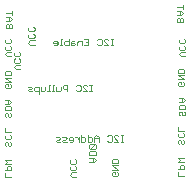
<source format=gbo>
G75*
%MOIN*%
%OFA0B0*%
%FSLAX24Y24*%
%IPPOS*%
%LPD*%
%AMOC8*
5,1,8,0,0,1.08239X$1,22.5*
%
%ADD10C,0.0020*%
%ADD11C,0.0040*%
D10*
X003905Y002907D02*
X003942Y002944D01*
X004015Y002944D01*
X004052Y002980D01*
X004015Y003017D01*
X003905Y003017D01*
X003905Y002907D02*
X003942Y002870D01*
X004052Y002870D01*
X004126Y002907D02*
X004163Y002944D01*
X004236Y002944D01*
X004273Y002980D01*
X004236Y003017D01*
X004126Y003017D01*
X004126Y002907D02*
X004163Y002870D01*
X004273Y002870D01*
X004347Y002944D02*
X004494Y002944D01*
X004494Y002980D02*
X004457Y003017D01*
X004384Y003017D01*
X004347Y002980D01*
X004347Y002944D01*
X004384Y002870D02*
X004457Y002870D01*
X004494Y002907D01*
X004494Y002980D01*
X004568Y003017D02*
X004605Y003017D01*
X004678Y002944D01*
X004678Y003017D02*
X004678Y002870D01*
X004752Y002870D02*
X004862Y002870D01*
X004899Y002907D01*
X004899Y002980D01*
X004862Y003017D01*
X004752Y003017D01*
X004752Y003091D02*
X004752Y002870D01*
X004973Y002870D02*
X004973Y003091D01*
X004973Y003017D02*
X005083Y003017D01*
X005120Y002980D01*
X005120Y002907D01*
X005083Y002870D01*
X004973Y002870D01*
X005069Y002782D02*
X005032Y002745D01*
X005032Y002672D01*
X005069Y002635D01*
X005215Y002782D01*
X005069Y002782D01*
X005069Y002635D02*
X005215Y002635D01*
X005252Y002672D01*
X005252Y002745D01*
X005215Y002782D01*
X005194Y002870D02*
X005194Y003017D01*
X005267Y003091D01*
X005341Y003017D01*
X005341Y002870D01*
X005341Y002980D02*
X005194Y002980D01*
X005215Y002561D02*
X005069Y002561D01*
X005032Y002524D01*
X005032Y002414D01*
X005252Y002414D01*
X005252Y002524D01*
X005215Y002561D01*
X005179Y002340D02*
X005032Y002340D01*
X005142Y002340D02*
X005142Y002193D01*
X005179Y002193D02*
X005252Y002266D01*
X005179Y002340D01*
X005179Y002193D02*
X005032Y002193D01*
X004601Y002177D02*
X004564Y002140D01*
X004417Y002140D01*
X004381Y002177D01*
X004381Y002250D01*
X004417Y002287D01*
X004564Y002287D02*
X004601Y002250D01*
X004601Y002177D01*
X004564Y002066D02*
X004601Y002029D01*
X004601Y001956D01*
X004564Y001919D01*
X004417Y001919D01*
X004381Y001956D01*
X004381Y002029D01*
X004417Y002066D01*
X004454Y001845D02*
X004601Y001845D01*
X004601Y001698D02*
X004454Y001698D01*
X004381Y001771D01*
X004454Y001845D01*
X005636Y002907D02*
X005673Y002870D01*
X005746Y002870D01*
X005783Y002907D01*
X005783Y003054D01*
X005746Y003091D01*
X005673Y003091D01*
X005636Y003054D01*
X005857Y003054D02*
X005894Y003091D01*
X005967Y003091D01*
X006004Y003054D01*
X006078Y003091D02*
X006151Y003091D01*
X006114Y003091D02*
X006114Y002870D01*
X006078Y002870D02*
X006151Y002870D01*
X006004Y002870D02*
X005857Y003017D01*
X005857Y003054D01*
X005857Y002870D02*
X006004Y002870D01*
X005957Y002310D02*
X005810Y002310D01*
X005773Y002273D01*
X005773Y002163D01*
X005993Y002163D01*
X005993Y002273D01*
X005957Y002310D01*
X005993Y002089D02*
X005773Y002089D01*
X005993Y001942D01*
X005773Y001942D01*
X005810Y001868D02*
X005883Y001868D01*
X005883Y001794D01*
X005810Y001721D02*
X005773Y001758D01*
X005773Y001831D01*
X005810Y001868D01*
X005810Y001721D02*
X005957Y001721D01*
X005993Y001758D01*
X005993Y001831D01*
X005957Y001868D01*
X003341Y004477D02*
X003341Y004698D01*
X003230Y004698D01*
X003194Y004661D01*
X003194Y004587D01*
X003230Y004551D01*
X003341Y004551D01*
X003415Y004551D02*
X003415Y004698D01*
X003562Y004698D02*
X003562Y004587D01*
X003525Y004551D01*
X003415Y004551D01*
X003636Y004551D02*
X003709Y004551D01*
X003672Y004551D02*
X003672Y004771D01*
X003709Y004771D01*
X003820Y004771D02*
X003820Y004551D01*
X003856Y004551D02*
X003783Y004551D01*
X003930Y004551D02*
X003930Y004698D01*
X003856Y004771D02*
X003820Y004771D01*
X003930Y004551D02*
X004041Y004551D01*
X004077Y004587D01*
X004077Y004698D01*
X004151Y004734D02*
X004151Y004661D01*
X004188Y004624D01*
X004298Y004624D01*
X004298Y004551D02*
X004298Y004771D01*
X004188Y004771D01*
X004151Y004734D01*
X004593Y004734D02*
X004630Y004771D01*
X004703Y004771D01*
X004740Y004734D01*
X004740Y004587D01*
X004703Y004551D01*
X004630Y004551D01*
X004593Y004587D01*
X004814Y004551D02*
X004961Y004551D01*
X004814Y004698D01*
X004814Y004734D01*
X004851Y004771D01*
X004924Y004771D01*
X004961Y004734D01*
X005035Y004771D02*
X005108Y004771D01*
X005072Y004771D02*
X005072Y004551D01*
X005108Y004551D02*
X005035Y004551D01*
X005004Y006085D02*
X004857Y006085D01*
X004783Y006085D02*
X004783Y006232D01*
X004673Y006232D01*
X004636Y006195D01*
X004636Y006085D01*
X004562Y006122D02*
X004525Y006158D01*
X004415Y006158D01*
X004415Y006195D02*
X004415Y006085D01*
X004525Y006085D01*
X004562Y006122D01*
X004525Y006232D02*
X004452Y006232D01*
X004415Y006195D01*
X004341Y006232D02*
X004231Y006232D01*
X004194Y006195D01*
X004194Y006122D01*
X004231Y006085D01*
X004341Y006085D01*
X004341Y006305D01*
X004120Y006305D02*
X004083Y006305D01*
X004083Y006085D01*
X004047Y006085D02*
X004120Y006085D01*
X003973Y006122D02*
X003973Y006195D01*
X003936Y006232D01*
X003863Y006232D01*
X003826Y006195D01*
X003826Y006158D01*
X003973Y006158D01*
X003973Y006122D02*
X003936Y006085D01*
X003863Y006085D01*
X003206Y006105D02*
X003059Y006105D01*
X002986Y006178D01*
X003059Y006251D01*
X003206Y006251D01*
X003169Y006326D02*
X003022Y006326D01*
X002986Y006362D01*
X002986Y006436D01*
X003022Y006472D01*
X003022Y006547D02*
X002986Y006583D01*
X002986Y006657D01*
X003022Y006693D01*
X003169Y006693D02*
X003206Y006657D01*
X003206Y006583D01*
X003169Y006547D01*
X003022Y006547D01*
X003169Y006472D02*
X003206Y006436D01*
X003206Y006362D01*
X003169Y006326D01*
X002699Y005867D02*
X002736Y005831D01*
X002736Y005757D01*
X002699Y005721D01*
X002552Y005721D01*
X002515Y005757D01*
X002515Y005831D01*
X002552Y005867D01*
X002552Y005646D02*
X002515Y005610D01*
X002515Y005536D01*
X002552Y005500D01*
X002699Y005500D01*
X002736Y005536D01*
X002736Y005610D01*
X002699Y005646D01*
X002736Y005425D02*
X002589Y005425D01*
X002515Y005352D01*
X002589Y005279D01*
X002736Y005279D01*
X002973Y004698D02*
X003083Y004698D01*
X003120Y004661D01*
X003083Y004624D01*
X003010Y004624D01*
X002973Y004587D01*
X003010Y004551D01*
X003120Y004551D01*
X005004Y006085D02*
X005004Y006305D01*
X004857Y006305D01*
X004931Y006195D02*
X005004Y006195D01*
X005299Y006122D02*
X005336Y006085D01*
X005409Y006085D01*
X005446Y006122D01*
X005446Y006269D01*
X005409Y006305D01*
X005336Y006305D01*
X005299Y006269D01*
X005520Y006269D02*
X005557Y006305D01*
X005630Y006305D01*
X005667Y006269D01*
X005741Y006305D02*
X005814Y006305D01*
X005778Y006305D02*
X005778Y006085D01*
X005814Y006085D02*
X005741Y006085D01*
X005667Y006085D02*
X005520Y006232D01*
X005520Y006269D01*
X005520Y006085D02*
X005667Y006085D01*
D11*
X002234Y001827D02*
X002234Y001693D01*
X002435Y001693D01*
X002435Y001914D02*
X002234Y001914D01*
X002301Y001914D02*
X002301Y002014D01*
X002334Y002048D01*
X002401Y002048D01*
X002435Y002014D01*
X002435Y001914D01*
X002435Y002135D02*
X002234Y002135D01*
X002301Y002202D01*
X002234Y002269D01*
X002435Y002269D01*
X002393Y002741D02*
X002360Y002741D01*
X002327Y002774D01*
X002327Y002841D01*
X002293Y002874D01*
X002260Y002874D01*
X002226Y002841D01*
X002226Y002774D01*
X002260Y002741D01*
X002393Y002741D02*
X002427Y002774D01*
X002427Y002841D01*
X002393Y002874D01*
X002393Y002962D02*
X002260Y002962D01*
X002226Y002995D01*
X002226Y003062D01*
X002260Y003095D01*
X002226Y003183D02*
X002226Y003316D01*
X002226Y003183D02*
X002427Y003183D01*
X002393Y003095D02*
X002427Y003062D01*
X002427Y002995D01*
X002393Y002962D01*
X002401Y003701D02*
X002368Y003701D01*
X002334Y003735D01*
X002334Y003801D01*
X002301Y003835D01*
X002268Y003835D01*
X002234Y003801D01*
X002234Y003735D01*
X002268Y003701D01*
X002401Y003701D02*
X002435Y003735D01*
X002435Y003801D01*
X002401Y003835D01*
X002435Y003922D02*
X002234Y003922D01*
X002234Y004022D01*
X002268Y004056D01*
X002401Y004056D01*
X002435Y004022D01*
X002435Y003922D01*
X002368Y004143D02*
X002234Y004143D01*
X002334Y004143D02*
X002334Y004277D01*
X002368Y004277D02*
X002234Y004277D01*
X002368Y004277D02*
X002435Y004210D01*
X002368Y004143D01*
X002401Y004646D02*
X002268Y004646D01*
X002234Y004680D01*
X002234Y004746D01*
X002268Y004780D01*
X002334Y004780D01*
X002334Y004713D01*
X002401Y004780D02*
X002435Y004746D01*
X002435Y004680D01*
X002401Y004646D01*
X002435Y004867D02*
X002234Y004867D01*
X002234Y005001D02*
X002435Y004867D01*
X002435Y005001D02*
X002234Y005001D01*
X002234Y005088D02*
X002234Y005188D01*
X002268Y005222D01*
X002401Y005222D01*
X002435Y005188D01*
X002435Y005088D01*
X002234Y005088D01*
X002297Y005715D02*
X002231Y005782D01*
X002297Y005849D01*
X002431Y005849D01*
X002397Y005936D02*
X002264Y005936D01*
X002231Y005970D01*
X002231Y006037D01*
X002264Y006070D01*
X002264Y006157D02*
X002231Y006191D01*
X002231Y006258D01*
X002264Y006291D01*
X002397Y006291D02*
X002431Y006258D01*
X002431Y006191D01*
X002397Y006157D01*
X002264Y006157D01*
X002397Y006070D02*
X002431Y006037D01*
X002431Y005970D01*
X002397Y005936D01*
X002431Y005715D02*
X002297Y005715D01*
X002254Y006662D02*
X002254Y006762D01*
X002288Y006796D01*
X002321Y006796D01*
X002354Y006762D01*
X002354Y006662D01*
X002254Y006662D02*
X002454Y006662D01*
X002454Y006762D01*
X002421Y006796D01*
X002388Y006796D01*
X002354Y006762D01*
X002354Y006883D02*
X002354Y007017D01*
X002388Y007017D02*
X002254Y007017D01*
X002388Y007017D02*
X002454Y006950D01*
X002388Y006883D01*
X002254Y006883D01*
X002454Y007104D02*
X002454Y007238D01*
X002454Y007171D02*
X002254Y007171D01*
X007971Y007217D02*
X008104Y007217D01*
X008171Y007150D01*
X008104Y007084D01*
X007971Y007084D01*
X008004Y006996D02*
X007971Y006963D01*
X007971Y006863D01*
X008171Y006863D01*
X008171Y006963D01*
X008137Y006996D01*
X008104Y006996D01*
X008071Y006963D01*
X008071Y006863D01*
X008071Y006963D02*
X008037Y006996D01*
X008004Y006996D01*
X008071Y007084D02*
X008071Y007217D01*
X008171Y007305D02*
X008171Y007438D01*
X008171Y007371D02*
X007971Y007371D01*
X008067Y006288D02*
X008034Y006255D01*
X008034Y006188D01*
X008067Y006155D01*
X008200Y006155D01*
X008234Y006188D01*
X008234Y006255D01*
X008200Y006288D01*
X008200Y006068D02*
X008234Y006034D01*
X008234Y005967D01*
X008200Y005934D01*
X008067Y005934D01*
X008034Y005967D01*
X008034Y006034D01*
X008067Y006068D01*
X008100Y005847D02*
X008234Y005847D01*
X008100Y005847D02*
X008034Y005780D01*
X008100Y005713D01*
X008234Y005713D01*
X008161Y005304D02*
X008028Y005304D01*
X007994Y005271D01*
X007994Y005171D01*
X008194Y005171D01*
X008194Y005271D01*
X008161Y005304D01*
X008194Y005083D02*
X007994Y005083D01*
X008194Y004950D01*
X007994Y004950D01*
X008028Y004862D02*
X008094Y004862D01*
X008094Y004796D01*
X008028Y004862D02*
X007994Y004829D01*
X007994Y004762D01*
X008028Y004729D01*
X008161Y004729D01*
X008194Y004762D01*
X008194Y004829D01*
X008161Y004862D01*
X008167Y004320D02*
X008034Y004320D01*
X008134Y004320D02*
X008134Y004187D01*
X008167Y004187D02*
X008234Y004253D01*
X008167Y004320D01*
X008167Y004187D02*
X008034Y004187D01*
X008067Y004099D02*
X008200Y004099D01*
X008234Y004066D01*
X008234Y003966D01*
X008034Y003966D01*
X008034Y004066D01*
X008067Y004099D01*
X008067Y003878D02*
X008034Y003845D01*
X008034Y003778D01*
X008067Y003745D01*
X008134Y003778D02*
X008134Y003845D01*
X008100Y003878D01*
X008067Y003878D01*
X008134Y003778D02*
X008167Y003745D01*
X008200Y003745D01*
X008234Y003778D01*
X008234Y003845D01*
X008200Y003878D01*
X007994Y003375D02*
X007994Y003242D01*
X008194Y003242D01*
X008161Y003154D02*
X008194Y003121D01*
X008194Y003054D01*
X008161Y003021D01*
X008028Y003021D01*
X007994Y003054D01*
X007994Y003121D01*
X008028Y003154D01*
X008028Y002933D02*
X007994Y002900D01*
X007994Y002833D01*
X008028Y002800D01*
X008094Y002833D02*
X008094Y002900D01*
X008061Y002933D01*
X008028Y002933D01*
X008094Y002833D02*
X008128Y002800D01*
X008161Y002800D01*
X008194Y002833D01*
X008194Y002900D01*
X008161Y002933D01*
X008194Y002312D02*
X007994Y002312D01*
X008061Y002245D01*
X007994Y002179D01*
X008194Y002179D01*
X008161Y002091D02*
X008094Y002091D01*
X008061Y002058D01*
X008061Y001958D01*
X007994Y001958D02*
X008194Y001958D01*
X008194Y002058D01*
X008161Y002091D01*
X007994Y001870D02*
X007994Y001737D01*
X008194Y001737D01*
M02*

</source>
